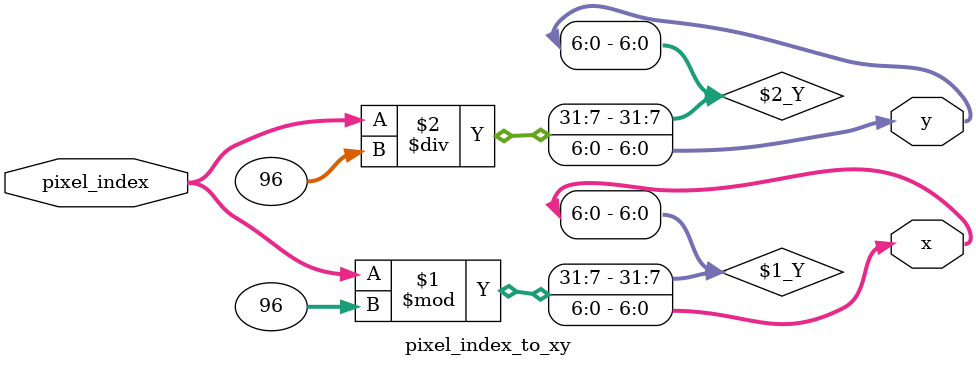
<source format=v>
`timescale 1ns / 1ps


module pixel_index_to_xy(input [12:0] pixel_index, output [6:0] x, y);
    assign x = pixel_index % 96;
    assign y = pixel_index / 96;
endmodule

</source>
